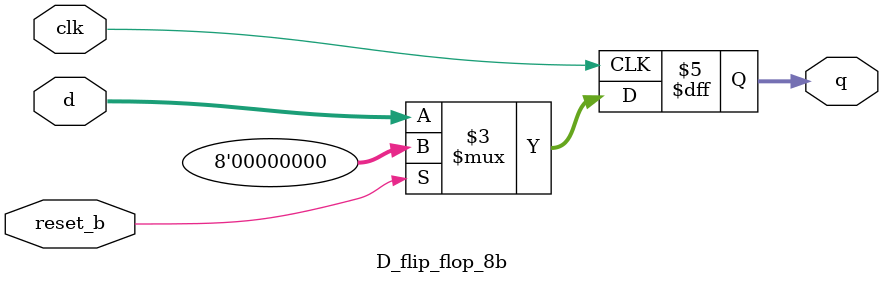
<source format=v>
module part2(Clock, Reset_b, Data, Function, ALUout);
	input Clock, Reset_b;
	input [3:0] Data; // signal A
	input [1:0] Function;
	reg [7:0] Pre_reg_ALUout; // output of ALU
	wire [3:0] Signal_A, Signal_B; 
	output [7:0] ALUout;
	
	assign Signal_A = Data;
	assign Signal_B = ALUout[3:0];
	
	always@ (*)
	begin 
		case ( Function )
			2'b00: Pre_reg_ALUout = Signal_A + Signal_B;
			2'b01: Pre_reg_ALUout = Signal_A * Signal_B;
			2'b10: Pre_reg_ALUout = Signal_B << Signal_A; 
			2'b11: Pre_reg_ALUout = ALUout; // carry last value
			default: Pre_reg_ALUout = 8'b00000000;
		endcase
	end
	
	// register
	D_flip_flop_8b u1(Clock, Reset_b, Pre_reg_ALUout, ALUout);
endmodule

module D_flip_flop_8b (
	input wire clk ,
	input wire reset_b ,
	input wire [7:0] d ,
	output reg [7:0] q) ;
	always@ ( posedge clk )
	begin
		if ( reset_b ) q <= 8'b00000000;
		else q <= d ;
	end
endmodule

</source>
